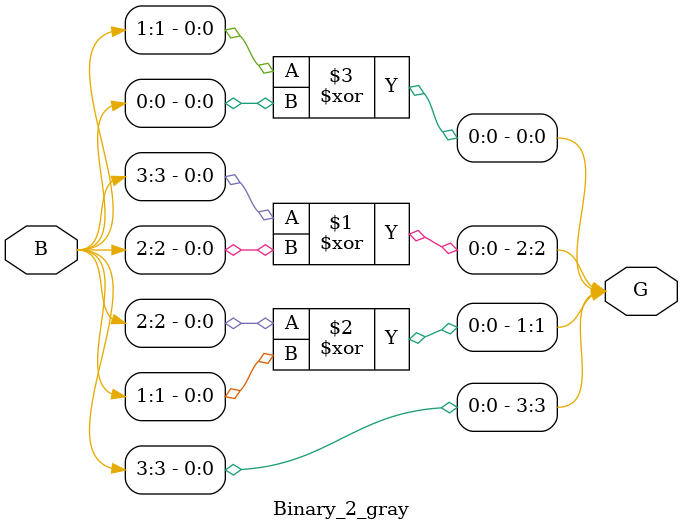
<source format=v>
`timescale 1ns / 1ps

module Binary_2_gray(B,G);
input [3:0]B;
output [3:0]G;

assign G[3]=B[3];
assign G[2]=B[3]^B[2];
assign G[1]=B[2]^B[1];
assign G[0]=B[1]^B[0];

endmodule

</source>
